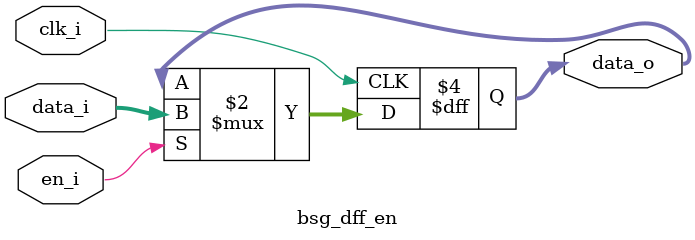
<source format=v>


module top
(
  clk_i,
  data_i,
  en_i,
  data_o
);

  input [31:0] data_i;
  output [31:0] data_o;
  input clk_i;
  input en_i;

  bsg_dff_en
  wrapper
  (
    .data_i(data_i),
    .data_o(data_o),
    .clk_i(clk_i),
    .en_i(en_i)
  );


endmodule



module bsg_dff_en
(
  clk_i,
  data_i,
  en_i,
  data_o
);

  input [31:0] data_i;
  output [31:0] data_o;
  input clk_i;
  input en_i;
  reg [31:0] data_o;

  always @(posedge clk_i) begin
    if(en_i) begin
      { data_o[31:0] } <= { data_i[31:0] };
    end 
  end


endmodule


</source>
